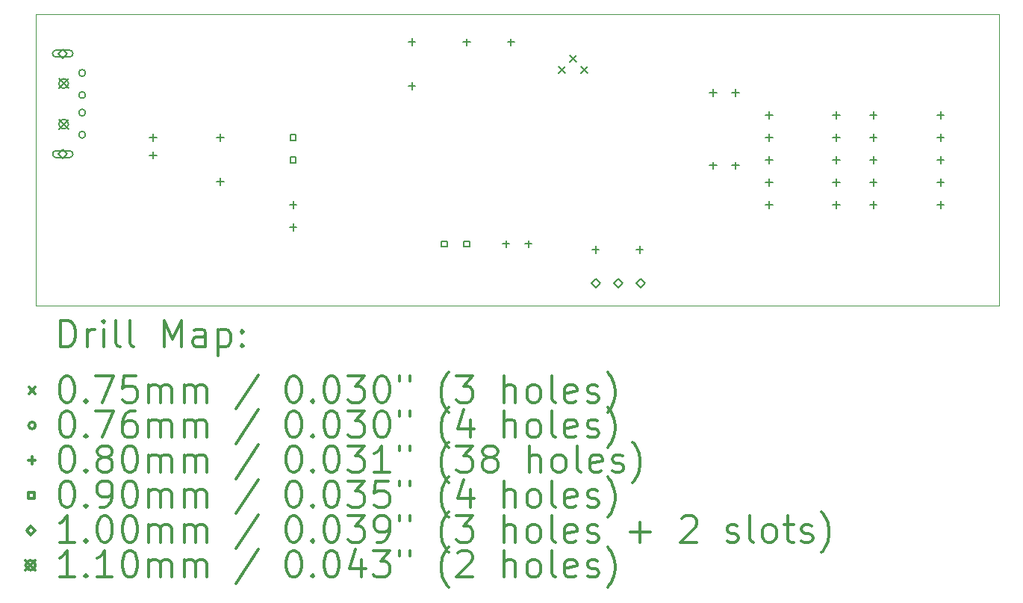
<source format=gbr>
%FSLAX45Y45*%
G04 Gerber Fmt 4.5, Leading zero omitted, Abs format (unit mm)*
G04 Created by KiCad (PCBNEW 5.1.5) date 2020-05-24 22:33:19*
%MOMM*%
%LPD*%
G04 APERTURE LIST*
%TA.AperFunction,Profile*%
%ADD10C,0.050000*%
%TD*%
%ADD11C,0.200000*%
%ADD12C,0.300000*%
G04 APERTURE END LIST*
D10*
X3810000Y-5334000D02*
X3810000Y-2286000D01*
X14732000Y-5334000D02*
X3810000Y-5334000D01*
X14732000Y-2032000D02*
X14732000Y-5334000D01*
X3810000Y-2032000D02*
X14732000Y-2032000D01*
X3810000Y-2286000D02*
X3810000Y-2032000D01*
D11*
X9741500Y-2629500D02*
X9816500Y-2704500D01*
X9816500Y-2629500D02*
X9741500Y-2704500D01*
X9868500Y-2502500D02*
X9943500Y-2577500D01*
X9943500Y-2502500D02*
X9868500Y-2577500D01*
X9995500Y-2629500D02*
X10070500Y-2704500D01*
X10070500Y-2629500D02*
X9995500Y-2704500D01*
X4375600Y-2698000D02*
G75*
G03X4375600Y-2698000I-38100J0D01*
G01*
X4375600Y-2948000D02*
G75*
G03X4375600Y-2948000I-38100J0D01*
G01*
X4375600Y-3148000D02*
G75*
G03X4375600Y-3148000I-38100J0D01*
G01*
X4375600Y-3398000D02*
G75*
G03X4375600Y-3398000I-38100J0D01*
G01*
X5905500Y-3389000D02*
X5905500Y-3469000D01*
X5865500Y-3429000D02*
X5945500Y-3429000D01*
X5905500Y-3889000D02*
X5905500Y-3969000D01*
X5865500Y-3929000D02*
X5945500Y-3929000D01*
X10160000Y-4659000D02*
X10160000Y-4739000D01*
X10120000Y-4699000D02*
X10200000Y-4699000D01*
X10660000Y-4659000D02*
X10660000Y-4739000D01*
X10620000Y-4699000D02*
X10700000Y-4699000D01*
X12128500Y-3135000D02*
X12128500Y-3215000D01*
X12088500Y-3175000D02*
X12168500Y-3175000D01*
X12128500Y-3389000D02*
X12128500Y-3469000D01*
X12088500Y-3429000D02*
X12168500Y-3429000D01*
X12128500Y-3643000D02*
X12128500Y-3723000D01*
X12088500Y-3683000D02*
X12168500Y-3683000D01*
X12128500Y-3897000D02*
X12128500Y-3977000D01*
X12088500Y-3937000D02*
X12168500Y-3937000D01*
X12128500Y-4151000D02*
X12128500Y-4231000D01*
X12088500Y-4191000D02*
X12168500Y-4191000D01*
X12890500Y-3135000D02*
X12890500Y-3215000D01*
X12850500Y-3175000D02*
X12930500Y-3175000D01*
X12890500Y-3389000D02*
X12890500Y-3469000D01*
X12850500Y-3429000D02*
X12930500Y-3429000D01*
X12890500Y-3643000D02*
X12890500Y-3723000D01*
X12850500Y-3683000D02*
X12930500Y-3683000D01*
X12890500Y-3897000D02*
X12890500Y-3977000D01*
X12850500Y-3937000D02*
X12930500Y-3937000D01*
X12890500Y-4151000D02*
X12890500Y-4231000D01*
X12850500Y-4191000D02*
X12930500Y-4191000D01*
X13308500Y-3135000D02*
X13308500Y-3215000D01*
X13268500Y-3175000D02*
X13348500Y-3175000D01*
X13308500Y-3389000D02*
X13308500Y-3469000D01*
X13268500Y-3429000D02*
X13348500Y-3429000D01*
X13308500Y-3643000D02*
X13308500Y-3723000D01*
X13268500Y-3683000D02*
X13348500Y-3683000D01*
X13308500Y-3897000D02*
X13308500Y-3977000D01*
X13268500Y-3937000D02*
X13348500Y-3937000D01*
X13308500Y-4151000D02*
X13308500Y-4231000D01*
X13268500Y-4191000D02*
X13348500Y-4191000D01*
X14070500Y-3135000D02*
X14070500Y-3215000D01*
X14030500Y-3175000D02*
X14110500Y-3175000D01*
X14070500Y-3389000D02*
X14070500Y-3469000D01*
X14030500Y-3429000D02*
X14110500Y-3429000D01*
X14070500Y-3643000D02*
X14070500Y-3723000D01*
X14030500Y-3683000D02*
X14110500Y-3683000D01*
X14070500Y-3897000D02*
X14070500Y-3977000D01*
X14030500Y-3937000D02*
X14110500Y-3937000D01*
X14070500Y-4151000D02*
X14070500Y-4231000D01*
X14030500Y-4191000D02*
X14110500Y-4191000D01*
X6731000Y-4151000D02*
X6731000Y-4231000D01*
X6691000Y-4191000D02*
X6771000Y-4191000D01*
X6731000Y-4405000D02*
X6731000Y-4485000D01*
X6691000Y-4445000D02*
X6771000Y-4445000D01*
X8699500Y-2309500D02*
X8699500Y-2389500D01*
X8659500Y-2349500D02*
X8739500Y-2349500D01*
X9199500Y-2309500D02*
X9199500Y-2389500D01*
X9159500Y-2349500D02*
X9239500Y-2349500D01*
X9144000Y-4595500D02*
X9144000Y-4675500D01*
X9104000Y-4635500D02*
X9184000Y-4635500D01*
X9398000Y-4595500D02*
X9398000Y-4675500D01*
X9358000Y-4635500D02*
X9438000Y-4635500D01*
X11493500Y-3706500D02*
X11493500Y-3786500D01*
X11453500Y-3746500D02*
X11533500Y-3746500D01*
X11747500Y-3706500D02*
X11747500Y-3786500D01*
X11707500Y-3746500D02*
X11787500Y-3746500D01*
X11493500Y-2881000D02*
X11493500Y-2961000D01*
X11453500Y-2921000D02*
X11533500Y-2921000D01*
X11747500Y-2881000D02*
X11747500Y-2961000D01*
X11707500Y-2921000D02*
X11787500Y-2921000D01*
X8077200Y-2304800D02*
X8077200Y-2384800D01*
X8037200Y-2344800D02*
X8117200Y-2344800D01*
X8077200Y-2804800D02*
X8077200Y-2884800D01*
X8037200Y-2844800D02*
X8117200Y-2844800D01*
X5143500Y-3389000D02*
X5143500Y-3469000D01*
X5103500Y-3429000D02*
X5183500Y-3429000D01*
X5143500Y-3589000D02*
X5143500Y-3669000D01*
X5103500Y-3629000D02*
X5183500Y-3629000D01*
X6762820Y-3460820D02*
X6762820Y-3397180D01*
X6699180Y-3397180D01*
X6699180Y-3460820D01*
X6762820Y-3460820D01*
X6762820Y-3714820D02*
X6762820Y-3651180D01*
X6699180Y-3651180D01*
X6699180Y-3714820D01*
X6762820Y-3714820D01*
X8477320Y-4667320D02*
X8477320Y-4603680D01*
X8413680Y-4603680D01*
X8413680Y-4667320D01*
X8477320Y-4667320D01*
X8731320Y-4667320D02*
X8731320Y-4603680D01*
X8667680Y-4603680D01*
X8667680Y-4667320D01*
X8731320Y-4667320D01*
X4117500Y-2528000D02*
X4167500Y-2478000D01*
X4117500Y-2428000D01*
X4067500Y-2478000D01*
X4117500Y-2528000D01*
X4192500Y-2438000D02*
X4042500Y-2438000D01*
X4192500Y-2518000D02*
X4042500Y-2518000D01*
X4042500Y-2438000D02*
G75*
G03X4042500Y-2518000I0J-40000D01*
G01*
X4192500Y-2518000D02*
G75*
G03X4192500Y-2438000I0J40000D01*
G01*
X4117500Y-3668000D02*
X4167500Y-3618000D01*
X4117500Y-3568000D01*
X4067500Y-3618000D01*
X4117500Y-3668000D01*
X4192500Y-3578000D02*
X4042500Y-3578000D01*
X4192500Y-3658000D02*
X4042500Y-3658000D01*
X4042500Y-3578000D02*
G75*
G03X4042500Y-3658000I0J-40000D01*
G01*
X4192500Y-3658000D02*
G75*
G03X4192500Y-3578000I0J40000D01*
G01*
X10160000Y-5130000D02*
X10210000Y-5080000D01*
X10160000Y-5030000D01*
X10110000Y-5080000D01*
X10160000Y-5130000D01*
X10414000Y-5130000D02*
X10464000Y-5080000D01*
X10414000Y-5030000D01*
X10364000Y-5080000D01*
X10414000Y-5130000D01*
X10668000Y-5130000D02*
X10718000Y-5080000D01*
X10668000Y-5030000D01*
X10618000Y-5080000D01*
X10668000Y-5130000D01*
X4072500Y-2763000D02*
X4182500Y-2873000D01*
X4182500Y-2763000D02*
X4072500Y-2873000D01*
X4182500Y-2818000D02*
G75*
G03X4182500Y-2818000I-55000J0D01*
G01*
X4072500Y-3223000D02*
X4182500Y-3333000D01*
X4182500Y-3223000D02*
X4072500Y-3333000D01*
X4182500Y-3278000D02*
G75*
G03X4182500Y-3278000I-55000J0D01*
G01*
D12*
X4093928Y-5802214D02*
X4093928Y-5502214D01*
X4165357Y-5502214D01*
X4208214Y-5516500D01*
X4236786Y-5545072D01*
X4251071Y-5573643D01*
X4265357Y-5630786D01*
X4265357Y-5673643D01*
X4251071Y-5730786D01*
X4236786Y-5759357D01*
X4208214Y-5787929D01*
X4165357Y-5802214D01*
X4093928Y-5802214D01*
X4393928Y-5802214D02*
X4393928Y-5602214D01*
X4393928Y-5659357D02*
X4408214Y-5630786D01*
X4422500Y-5616500D01*
X4451071Y-5602214D01*
X4479643Y-5602214D01*
X4579643Y-5802214D02*
X4579643Y-5602214D01*
X4579643Y-5502214D02*
X4565357Y-5516500D01*
X4579643Y-5530786D01*
X4593928Y-5516500D01*
X4579643Y-5502214D01*
X4579643Y-5530786D01*
X4765357Y-5802214D02*
X4736786Y-5787929D01*
X4722500Y-5759357D01*
X4722500Y-5502214D01*
X4922500Y-5802214D02*
X4893928Y-5787929D01*
X4879643Y-5759357D01*
X4879643Y-5502214D01*
X5265357Y-5802214D02*
X5265357Y-5502214D01*
X5365357Y-5716500D01*
X5465357Y-5502214D01*
X5465357Y-5802214D01*
X5736786Y-5802214D02*
X5736786Y-5645071D01*
X5722500Y-5616500D01*
X5693928Y-5602214D01*
X5636786Y-5602214D01*
X5608214Y-5616500D01*
X5736786Y-5787929D02*
X5708214Y-5802214D01*
X5636786Y-5802214D01*
X5608214Y-5787929D01*
X5593928Y-5759357D01*
X5593928Y-5730786D01*
X5608214Y-5702214D01*
X5636786Y-5687929D01*
X5708214Y-5687929D01*
X5736786Y-5673643D01*
X5879643Y-5602214D02*
X5879643Y-5902214D01*
X5879643Y-5616500D02*
X5908214Y-5602214D01*
X5965357Y-5602214D01*
X5993928Y-5616500D01*
X6008214Y-5630786D01*
X6022500Y-5659357D01*
X6022500Y-5745071D01*
X6008214Y-5773643D01*
X5993928Y-5787929D01*
X5965357Y-5802214D01*
X5908214Y-5802214D01*
X5879643Y-5787929D01*
X6151071Y-5773643D02*
X6165357Y-5787929D01*
X6151071Y-5802214D01*
X6136786Y-5787929D01*
X6151071Y-5773643D01*
X6151071Y-5802214D01*
X6151071Y-5616500D02*
X6165357Y-5630786D01*
X6151071Y-5645071D01*
X6136786Y-5630786D01*
X6151071Y-5616500D01*
X6151071Y-5645071D01*
X3732500Y-6259000D02*
X3807500Y-6334000D01*
X3807500Y-6259000D02*
X3732500Y-6334000D01*
X4151071Y-6132214D02*
X4179643Y-6132214D01*
X4208214Y-6146500D01*
X4222500Y-6160786D01*
X4236786Y-6189357D01*
X4251071Y-6246500D01*
X4251071Y-6317929D01*
X4236786Y-6375071D01*
X4222500Y-6403643D01*
X4208214Y-6417929D01*
X4179643Y-6432214D01*
X4151071Y-6432214D01*
X4122500Y-6417929D01*
X4108214Y-6403643D01*
X4093928Y-6375071D01*
X4079643Y-6317929D01*
X4079643Y-6246500D01*
X4093928Y-6189357D01*
X4108214Y-6160786D01*
X4122500Y-6146500D01*
X4151071Y-6132214D01*
X4379643Y-6403643D02*
X4393928Y-6417929D01*
X4379643Y-6432214D01*
X4365357Y-6417929D01*
X4379643Y-6403643D01*
X4379643Y-6432214D01*
X4493928Y-6132214D02*
X4693928Y-6132214D01*
X4565357Y-6432214D01*
X4951071Y-6132214D02*
X4808214Y-6132214D01*
X4793928Y-6275071D01*
X4808214Y-6260786D01*
X4836786Y-6246500D01*
X4908214Y-6246500D01*
X4936786Y-6260786D01*
X4951071Y-6275071D01*
X4965357Y-6303643D01*
X4965357Y-6375071D01*
X4951071Y-6403643D01*
X4936786Y-6417929D01*
X4908214Y-6432214D01*
X4836786Y-6432214D01*
X4808214Y-6417929D01*
X4793928Y-6403643D01*
X5093928Y-6432214D02*
X5093928Y-6232214D01*
X5093928Y-6260786D02*
X5108214Y-6246500D01*
X5136786Y-6232214D01*
X5179643Y-6232214D01*
X5208214Y-6246500D01*
X5222500Y-6275071D01*
X5222500Y-6432214D01*
X5222500Y-6275071D02*
X5236786Y-6246500D01*
X5265357Y-6232214D01*
X5308214Y-6232214D01*
X5336786Y-6246500D01*
X5351071Y-6275071D01*
X5351071Y-6432214D01*
X5493928Y-6432214D02*
X5493928Y-6232214D01*
X5493928Y-6260786D02*
X5508214Y-6246500D01*
X5536786Y-6232214D01*
X5579643Y-6232214D01*
X5608214Y-6246500D01*
X5622500Y-6275071D01*
X5622500Y-6432214D01*
X5622500Y-6275071D02*
X5636786Y-6246500D01*
X5665357Y-6232214D01*
X5708214Y-6232214D01*
X5736786Y-6246500D01*
X5751071Y-6275071D01*
X5751071Y-6432214D01*
X6336786Y-6117929D02*
X6079643Y-6503643D01*
X6722500Y-6132214D02*
X6751071Y-6132214D01*
X6779643Y-6146500D01*
X6793928Y-6160786D01*
X6808214Y-6189357D01*
X6822500Y-6246500D01*
X6822500Y-6317929D01*
X6808214Y-6375071D01*
X6793928Y-6403643D01*
X6779643Y-6417929D01*
X6751071Y-6432214D01*
X6722500Y-6432214D01*
X6693928Y-6417929D01*
X6679643Y-6403643D01*
X6665357Y-6375071D01*
X6651071Y-6317929D01*
X6651071Y-6246500D01*
X6665357Y-6189357D01*
X6679643Y-6160786D01*
X6693928Y-6146500D01*
X6722500Y-6132214D01*
X6951071Y-6403643D02*
X6965357Y-6417929D01*
X6951071Y-6432214D01*
X6936786Y-6417929D01*
X6951071Y-6403643D01*
X6951071Y-6432214D01*
X7151071Y-6132214D02*
X7179643Y-6132214D01*
X7208214Y-6146500D01*
X7222500Y-6160786D01*
X7236786Y-6189357D01*
X7251071Y-6246500D01*
X7251071Y-6317929D01*
X7236786Y-6375071D01*
X7222500Y-6403643D01*
X7208214Y-6417929D01*
X7179643Y-6432214D01*
X7151071Y-6432214D01*
X7122500Y-6417929D01*
X7108214Y-6403643D01*
X7093928Y-6375071D01*
X7079643Y-6317929D01*
X7079643Y-6246500D01*
X7093928Y-6189357D01*
X7108214Y-6160786D01*
X7122500Y-6146500D01*
X7151071Y-6132214D01*
X7351071Y-6132214D02*
X7536786Y-6132214D01*
X7436786Y-6246500D01*
X7479643Y-6246500D01*
X7508214Y-6260786D01*
X7522500Y-6275071D01*
X7536786Y-6303643D01*
X7536786Y-6375071D01*
X7522500Y-6403643D01*
X7508214Y-6417929D01*
X7479643Y-6432214D01*
X7393928Y-6432214D01*
X7365357Y-6417929D01*
X7351071Y-6403643D01*
X7722500Y-6132214D02*
X7751071Y-6132214D01*
X7779643Y-6146500D01*
X7793928Y-6160786D01*
X7808214Y-6189357D01*
X7822500Y-6246500D01*
X7822500Y-6317929D01*
X7808214Y-6375071D01*
X7793928Y-6403643D01*
X7779643Y-6417929D01*
X7751071Y-6432214D01*
X7722500Y-6432214D01*
X7693928Y-6417929D01*
X7679643Y-6403643D01*
X7665357Y-6375071D01*
X7651071Y-6317929D01*
X7651071Y-6246500D01*
X7665357Y-6189357D01*
X7679643Y-6160786D01*
X7693928Y-6146500D01*
X7722500Y-6132214D01*
X7936786Y-6132214D02*
X7936786Y-6189357D01*
X8051071Y-6132214D02*
X8051071Y-6189357D01*
X8493928Y-6546500D02*
X8479643Y-6532214D01*
X8451071Y-6489357D01*
X8436786Y-6460786D01*
X8422500Y-6417929D01*
X8408214Y-6346500D01*
X8408214Y-6289357D01*
X8422500Y-6217929D01*
X8436786Y-6175071D01*
X8451071Y-6146500D01*
X8479643Y-6103643D01*
X8493928Y-6089357D01*
X8579643Y-6132214D02*
X8765357Y-6132214D01*
X8665357Y-6246500D01*
X8708214Y-6246500D01*
X8736786Y-6260786D01*
X8751071Y-6275071D01*
X8765357Y-6303643D01*
X8765357Y-6375071D01*
X8751071Y-6403643D01*
X8736786Y-6417929D01*
X8708214Y-6432214D01*
X8622500Y-6432214D01*
X8593928Y-6417929D01*
X8579643Y-6403643D01*
X9122500Y-6432214D02*
X9122500Y-6132214D01*
X9251071Y-6432214D02*
X9251071Y-6275071D01*
X9236786Y-6246500D01*
X9208214Y-6232214D01*
X9165357Y-6232214D01*
X9136786Y-6246500D01*
X9122500Y-6260786D01*
X9436786Y-6432214D02*
X9408214Y-6417929D01*
X9393928Y-6403643D01*
X9379643Y-6375071D01*
X9379643Y-6289357D01*
X9393928Y-6260786D01*
X9408214Y-6246500D01*
X9436786Y-6232214D01*
X9479643Y-6232214D01*
X9508214Y-6246500D01*
X9522500Y-6260786D01*
X9536786Y-6289357D01*
X9536786Y-6375071D01*
X9522500Y-6403643D01*
X9508214Y-6417929D01*
X9479643Y-6432214D01*
X9436786Y-6432214D01*
X9708214Y-6432214D02*
X9679643Y-6417929D01*
X9665357Y-6389357D01*
X9665357Y-6132214D01*
X9936786Y-6417929D02*
X9908214Y-6432214D01*
X9851071Y-6432214D01*
X9822500Y-6417929D01*
X9808214Y-6389357D01*
X9808214Y-6275071D01*
X9822500Y-6246500D01*
X9851071Y-6232214D01*
X9908214Y-6232214D01*
X9936786Y-6246500D01*
X9951071Y-6275071D01*
X9951071Y-6303643D01*
X9808214Y-6332214D01*
X10065357Y-6417929D02*
X10093928Y-6432214D01*
X10151071Y-6432214D01*
X10179643Y-6417929D01*
X10193928Y-6389357D01*
X10193928Y-6375071D01*
X10179643Y-6346500D01*
X10151071Y-6332214D01*
X10108214Y-6332214D01*
X10079643Y-6317929D01*
X10065357Y-6289357D01*
X10065357Y-6275071D01*
X10079643Y-6246500D01*
X10108214Y-6232214D01*
X10151071Y-6232214D01*
X10179643Y-6246500D01*
X10293928Y-6546500D02*
X10308214Y-6532214D01*
X10336786Y-6489357D01*
X10351071Y-6460786D01*
X10365357Y-6417929D01*
X10379643Y-6346500D01*
X10379643Y-6289357D01*
X10365357Y-6217929D01*
X10351071Y-6175071D01*
X10336786Y-6146500D01*
X10308214Y-6103643D01*
X10293928Y-6089357D01*
X3807500Y-6692500D02*
G75*
G03X3807500Y-6692500I-38100J0D01*
G01*
X4151071Y-6528214D02*
X4179643Y-6528214D01*
X4208214Y-6542500D01*
X4222500Y-6556786D01*
X4236786Y-6585357D01*
X4251071Y-6642500D01*
X4251071Y-6713929D01*
X4236786Y-6771071D01*
X4222500Y-6799643D01*
X4208214Y-6813929D01*
X4179643Y-6828214D01*
X4151071Y-6828214D01*
X4122500Y-6813929D01*
X4108214Y-6799643D01*
X4093928Y-6771071D01*
X4079643Y-6713929D01*
X4079643Y-6642500D01*
X4093928Y-6585357D01*
X4108214Y-6556786D01*
X4122500Y-6542500D01*
X4151071Y-6528214D01*
X4379643Y-6799643D02*
X4393928Y-6813929D01*
X4379643Y-6828214D01*
X4365357Y-6813929D01*
X4379643Y-6799643D01*
X4379643Y-6828214D01*
X4493928Y-6528214D02*
X4693928Y-6528214D01*
X4565357Y-6828214D01*
X4936786Y-6528214D02*
X4879643Y-6528214D01*
X4851071Y-6542500D01*
X4836786Y-6556786D01*
X4808214Y-6599643D01*
X4793928Y-6656786D01*
X4793928Y-6771071D01*
X4808214Y-6799643D01*
X4822500Y-6813929D01*
X4851071Y-6828214D01*
X4908214Y-6828214D01*
X4936786Y-6813929D01*
X4951071Y-6799643D01*
X4965357Y-6771071D01*
X4965357Y-6699643D01*
X4951071Y-6671071D01*
X4936786Y-6656786D01*
X4908214Y-6642500D01*
X4851071Y-6642500D01*
X4822500Y-6656786D01*
X4808214Y-6671071D01*
X4793928Y-6699643D01*
X5093928Y-6828214D02*
X5093928Y-6628214D01*
X5093928Y-6656786D02*
X5108214Y-6642500D01*
X5136786Y-6628214D01*
X5179643Y-6628214D01*
X5208214Y-6642500D01*
X5222500Y-6671071D01*
X5222500Y-6828214D01*
X5222500Y-6671071D02*
X5236786Y-6642500D01*
X5265357Y-6628214D01*
X5308214Y-6628214D01*
X5336786Y-6642500D01*
X5351071Y-6671071D01*
X5351071Y-6828214D01*
X5493928Y-6828214D02*
X5493928Y-6628214D01*
X5493928Y-6656786D02*
X5508214Y-6642500D01*
X5536786Y-6628214D01*
X5579643Y-6628214D01*
X5608214Y-6642500D01*
X5622500Y-6671071D01*
X5622500Y-6828214D01*
X5622500Y-6671071D02*
X5636786Y-6642500D01*
X5665357Y-6628214D01*
X5708214Y-6628214D01*
X5736786Y-6642500D01*
X5751071Y-6671071D01*
X5751071Y-6828214D01*
X6336786Y-6513929D02*
X6079643Y-6899643D01*
X6722500Y-6528214D02*
X6751071Y-6528214D01*
X6779643Y-6542500D01*
X6793928Y-6556786D01*
X6808214Y-6585357D01*
X6822500Y-6642500D01*
X6822500Y-6713929D01*
X6808214Y-6771071D01*
X6793928Y-6799643D01*
X6779643Y-6813929D01*
X6751071Y-6828214D01*
X6722500Y-6828214D01*
X6693928Y-6813929D01*
X6679643Y-6799643D01*
X6665357Y-6771071D01*
X6651071Y-6713929D01*
X6651071Y-6642500D01*
X6665357Y-6585357D01*
X6679643Y-6556786D01*
X6693928Y-6542500D01*
X6722500Y-6528214D01*
X6951071Y-6799643D02*
X6965357Y-6813929D01*
X6951071Y-6828214D01*
X6936786Y-6813929D01*
X6951071Y-6799643D01*
X6951071Y-6828214D01*
X7151071Y-6528214D02*
X7179643Y-6528214D01*
X7208214Y-6542500D01*
X7222500Y-6556786D01*
X7236786Y-6585357D01*
X7251071Y-6642500D01*
X7251071Y-6713929D01*
X7236786Y-6771071D01*
X7222500Y-6799643D01*
X7208214Y-6813929D01*
X7179643Y-6828214D01*
X7151071Y-6828214D01*
X7122500Y-6813929D01*
X7108214Y-6799643D01*
X7093928Y-6771071D01*
X7079643Y-6713929D01*
X7079643Y-6642500D01*
X7093928Y-6585357D01*
X7108214Y-6556786D01*
X7122500Y-6542500D01*
X7151071Y-6528214D01*
X7351071Y-6528214D02*
X7536786Y-6528214D01*
X7436786Y-6642500D01*
X7479643Y-6642500D01*
X7508214Y-6656786D01*
X7522500Y-6671071D01*
X7536786Y-6699643D01*
X7536786Y-6771071D01*
X7522500Y-6799643D01*
X7508214Y-6813929D01*
X7479643Y-6828214D01*
X7393928Y-6828214D01*
X7365357Y-6813929D01*
X7351071Y-6799643D01*
X7722500Y-6528214D02*
X7751071Y-6528214D01*
X7779643Y-6542500D01*
X7793928Y-6556786D01*
X7808214Y-6585357D01*
X7822500Y-6642500D01*
X7822500Y-6713929D01*
X7808214Y-6771071D01*
X7793928Y-6799643D01*
X7779643Y-6813929D01*
X7751071Y-6828214D01*
X7722500Y-6828214D01*
X7693928Y-6813929D01*
X7679643Y-6799643D01*
X7665357Y-6771071D01*
X7651071Y-6713929D01*
X7651071Y-6642500D01*
X7665357Y-6585357D01*
X7679643Y-6556786D01*
X7693928Y-6542500D01*
X7722500Y-6528214D01*
X7936786Y-6528214D02*
X7936786Y-6585357D01*
X8051071Y-6528214D02*
X8051071Y-6585357D01*
X8493928Y-6942500D02*
X8479643Y-6928214D01*
X8451071Y-6885357D01*
X8436786Y-6856786D01*
X8422500Y-6813929D01*
X8408214Y-6742500D01*
X8408214Y-6685357D01*
X8422500Y-6613929D01*
X8436786Y-6571071D01*
X8451071Y-6542500D01*
X8479643Y-6499643D01*
X8493928Y-6485357D01*
X8736786Y-6628214D02*
X8736786Y-6828214D01*
X8665357Y-6513929D02*
X8593928Y-6728214D01*
X8779643Y-6728214D01*
X9122500Y-6828214D02*
X9122500Y-6528214D01*
X9251071Y-6828214D02*
X9251071Y-6671071D01*
X9236786Y-6642500D01*
X9208214Y-6628214D01*
X9165357Y-6628214D01*
X9136786Y-6642500D01*
X9122500Y-6656786D01*
X9436786Y-6828214D02*
X9408214Y-6813929D01*
X9393928Y-6799643D01*
X9379643Y-6771071D01*
X9379643Y-6685357D01*
X9393928Y-6656786D01*
X9408214Y-6642500D01*
X9436786Y-6628214D01*
X9479643Y-6628214D01*
X9508214Y-6642500D01*
X9522500Y-6656786D01*
X9536786Y-6685357D01*
X9536786Y-6771071D01*
X9522500Y-6799643D01*
X9508214Y-6813929D01*
X9479643Y-6828214D01*
X9436786Y-6828214D01*
X9708214Y-6828214D02*
X9679643Y-6813929D01*
X9665357Y-6785357D01*
X9665357Y-6528214D01*
X9936786Y-6813929D02*
X9908214Y-6828214D01*
X9851071Y-6828214D01*
X9822500Y-6813929D01*
X9808214Y-6785357D01*
X9808214Y-6671071D01*
X9822500Y-6642500D01*
X9851071Y-6628214D01*
X9908214Y-6628214D01*
X9936786Y-6642500D01*
X9951071Y-6671071D01*
X9951071Y-6699643D01*
X9808214Y-6728214D01*
X10065357Y-6813929D02*
X10093928Y-6828214D01*
X10151071Y-6828214D01*
X10179643Y-6813929D01*
X10193928Y-6785357D01*
X10193928Y-6771071D01*
X10179643Y-6742500D01*
X10151071Y-6728214D01*
X10108214Y-6728214D01*
X10079643Y-6713929D01*
X10065357Y-6685357D01*
X10065357Y-6671071D01*
X10079643Y-6642500D01*
X10108214Y-6628214D01*
X10151071Y-6628214D01*
X10179643Y-6642500D01*
X10293928Y-6942500D02*
X10308214Y-6928214D01*
X10336786Y-6885357D01*
X10351071Y-6856786D01*
X10365357Y-6813929D01*
X10379643Y-6742500D01*
X10379643Y-6685357D01*
X10365357Y-6613929D01*
X10351071Y-6571071D01*
X10336786Y-6542500D01*
X10308214Y-6499643D01*
X10293928Y-6485357D01*
X3767500Y-7048500D02*
X3767500Y-7128500D01*
X3727500Y-7088500D02*
X3807500Y-7088500D01*
X4151071Y-6924214D02*
X4179643Y-6924214D01*
X4208214Y-6938500D01*
X4222500Y-6952786D01*
X4236786Y-6981357D01*
X4251071Y-7038500D01*
X4251071Y-7109929D01*
X4236786Y-7167071D01*
X4222500Y-7195643D01*
X4208214Y-7209929D01*
X4179643Y-7224214D01*
X4151071Y-7224214D01*
X4122500Y-7209929D01*
X4108214Y-7195643D01*
X4093928Y-7167071D01*
X4079643Y-7109929D01*
X4079643Y-7038500D01*
X4093928Y-6981357D01*
X4108214Y-6952786D01*
X4122500Y-6938500D01*
X4151071Y-6924214D01*
X4379643Y-7195643D02*
X4393928Y-7209929D01*
X4379643Y-7224214D01*
X4365357Y-7209929D01*
X4379643Y-7195643D01*
X4379643Y-7224214D01*
X4565357Y-7052786D02*
X4536786Y-7038500D01*
X4522500Y-7024214D01*
X4508214Y-6995643D01*
X4508214Y-6981357D01*
X4522500Y-6952786D01*
X4536786Y-6938500D01*
X4565357Y-6924214D01*
X4622500Y-6924214D01*
X4651071Y-6938500D01*
X4665357Y-6952786D01*
X4679643Y-6981357D01*
X4679643Y-6995643D01*
X4665357Y-7024214D01*
X4651071Y-7038500D01*
X4622500Y-7052786D01*
X4565357Y-7052786D01*
X4536786Y-7067071D01*
X4522500Y-7081357D01*
X4508214Y-7109929D01*
X4508214Y-7167071D01*
X4522500Y-7195643D01*
X4536786Y-7209929D01*
X4565357Y-7224214D01*
X4622500Y-7224214D01*
X4651071Y-7209929D01*
X4665357Y-7195643D01*
X4679643Y-7167071D01*
X4679643Y-7109929D01*
X4665357Y-7081357D01*
X4651071Y-7067071D01*
X4622500Y-7052786D01*
X4865357Y-6924214D02*
X4893928Y-6924214D01*
X4922500Y-6938500D01*
X4936786Y-6952786D01*
X4951071Y-6981357D01*
X4965357Y-7038500D01*
X4965357Y-7109929D01*
X4951071Y-7167071D01*
X4936786Y-7195643D01*
X4922500Y-7209929D01*
X4893928Y-7224214D01*
X4865357Y-7224214D01*
X4836786Y-7209929D01*
X4822500Y-7195643D01*
X4808214Y-7167071D01*
X4793928Y-7109929D01*
X4793928Y-7038500D01*
X4808214Y-6981357D01*
X4822500Y-6952786D01*
X4836786Y-6938500D01*
X4865357Y-6924214D01*
X5093928Y-7224214D02*
X5093928Y-7024214D01*
X5093928Y-7052786D02*
X5108214Y-7038500D01*
X5136786Y-7024214D01*
X5179643Y-7024214D01*
X5208214Y-7038500D01*
X5222500Y-7067071D01*
X5222500Y-7224214D01*
X5222500Y-7067071D02*
X5236786Y-7038500D01*
X5265357Y-7024214D01*
X5308214Y-7024214D01*
X5336786Y-7038500D01*
X5351071Y-7067071D01*
X5351071Y-7224214D01*
X5493928Y-7224214D02*
X5493928Y-7024214D01*
X5493928Y-7052786D02*
X5508214Y-7038500D01*
X5536786Y-7024214D01*
X5579643Y-7024214D01*
X5608214Y-7038500D01*
X5622500Y-7067071D01*
X5622500Y-7224214D01*
X5622500Y-7067071D02*
X5636786Y-7038500D01*
X5665357Y-7024214D01*
X5708214Y-7024214D01*
X5736786Y-7038500D01*
X5751071Y-7067071D01*
X5751071Y-7224214D01*
X6336786Y-6909929D02*
X6079643Y-7295643D01*
X6722500Y-6924214D02*
X6751071Y-6924214D01*
X6779643Y-6938500D01*
X6793928Y-6952786D01*
X6808214Y-6981357D01*
X6822500Y-7038500D01*
X6822500Y-7109929D01*
X6808214Y-7167071D01*
X6793928Y-7195643D01*
X6779643Y-7209929D01*
X6751071Y-7224214D01*
X6722500Y-7224214D01*
X6693928Y-7209929D01*
X6679643Y-7195643D01*
X6665357Y-7167071D01*
X6651071Y-7109929D01*
X6651071Y-7038500D01*
X6665357Y-6981357D01*
X6679643Y-6952786D01*
X6693928Y-6938500D01*
X6722500Y-6924214D01*
X6951071Y-7195643D02*
X6965357Y-7209929D01*
X6951071Y-7224214D01*
X6936786Y-7209929D01*
X6951071Y-7195643D01*
X6951071Y-7224214D01*
X7151071Y-6924214D02*
X7179643Y-6924214D01*
X7208214Y-6938500D01*
X7222500Y-6952786D01*
X7236786Y-6981357D01*
X7251071Y-7038500D01*
X7251071Y-7109929D01*
X7236786Y-7167071D01*
X7222500Y-7195643D01*
X7208214Y-7209929D01*
X7179643Y-7224214D01*
X7151071Y-7224214D01*
X7122500Y-7209929D01*
X7108214Y-7195643D01*
X7093928Y-7167071D01*
X7079643Y-7109929D01*
X7079643Y-7038500D01*
X7093928Y-6981357D01*
X7108214Y-6952786D01*
X7122500Y-6938500D01*
X7151071Y-6924214D01*
X7351071Y-6924214D02*
X7536786Y-6924214D01*
X7436786Y-7038500D01*
X7479643Y-7038500D01*
X7508214Y-7052786D01*
X7522500Y-7067071D01*
X7536786Y-7095643D01*
X7536786Y-7167071D01*
X7522500Y-7195643D01*
X7508214Y-7209929D01*
X7479643Y-7224214D01*
X7393928Y-7224214D01*
X7365357Y-7209929D01*
X7351071Y-7195643D01*
X7822500Y-7224214D02*
X7651071Y-7224214D01*
X7736786Y-7224214D02*
X7736786Y-6924214D01*
X7708214Y-6967071D01*
X7679643Y-6995643D01*
X7651071Y-7009929D01*
X7936786Y-6924214D02*
X7936786Y-6981357D01*
X8051071Y-6924214D02*
X8051071Y-6981357D01*
X8493928Y-7338500D02*
X8479643Y-7324214D01*
X8451071Y-7281357D01*
X8436786Y-7252786D01*
X8422500Y-7209929D01*
X8408214Y-7138500D01*
X8408214Y-7081357D01*
X8422500Y-7009929D01*
X8436786Y-6967071D01*
X8451071Y-6938500D01*
X8479643Y-6895643D01*
X8493928Y-6881357D01*
X8579643Y-6924214D02*
X8765357Y-6924214D01*
X8665357Y-7038500D01*
X8708214Y-7038500D01*
X8736786Y-7052786D01*
X8751071Y-7067071D01*
X8765357Y-7095643D01*
X8765357Y-7167071D01*
X8751071Y-7195643D01*
X8736786Y-7209929D01*
X8708214Y-7224214D01*
X8622500Y-7224214D01*
X8593928Y-7209929D01*
X8579643Y-7195643D01*
X8936786Y-7052786D02*
X8908214Y-7038500D01*
X8893928Y-7024214D01*
X8879643Y-6995643D01*
X8879643Y-6981357D01*
X8893928Y-6952786D01*
X8908214Y-6938500D01*
X8936786Y-6924214D01*
X8993928Y-6924214D01*
X9022500Y-6938500D01*
X9036786Y-6952786D01*
X9051071Y-6981357D01*
X9051071Y-6995643D01*
X9036786Y-7024214D01*
X9022500Y-7038500D01*
X8993928Y-7052786D01*
X8936786Y-7052786D01*
X8908214Y-7067071D01*
X8893928Y-7081357D01*
X8879643Y-7109929D01*
X8879643Y-7167071D01*
X8893928Y-7195643D01*
X8908214Y-7209929D01*
X8936786Y-7224214D01*
X8993928Y-7224214D01*
X9022500Y-7209929D01*
X9036786Y-7195643D01*
X9051071Y-7167071D01*
X9051071Y-7109929D01*
X9036786Y-7081357D01*
X9022500Y-7067071D01*
X8993928Y-7052786D01*
X9408214Y-7224214D02*
X9408214Y-6924214D01*
X9536786Y-7224214D02*
X9536786Y-7067071D01*
X9522500Y-7038500D01*
X9493928Y-7024214D01*
X9451071Y-7024214D01*
X9422500Y-7038500D01*
X9408214Y-7052786D01*
X9722500Y-7224214D02*
X9693928Y-7209929D01*
X9679643Y-7195643D01*
X9665357Y-7167071D01*
X9665357Y-7081357D01*
X9679643Y-7052786D01*
X9693928Y-7038500D01*
X9722500Y-7024214D01*
X9765357Y-7024214D01*
X9793928Y-7038500D01*
X9808214Y-7052786D01*
X9822500Y-7081357D01*
X9822500Y-7167071D01*
X9808214Y-7195643D01*
X9793928Y-7209929D01*
X9765357Y-7224214D01*
X9722500Y-7224214D01*
X9993928Y-7224214D02*
X9965357Y-7209929D01*
X9951071Y-7181357D01*
X9951071Y-6924214D01*
X10222500Y-7209929D02*
X10193928Y-7224214D01*
X10136786Y-7224214D01*
X10108214Y-7209929D01*
X10093928Y-7181357D01*
X10093928Y-7067071D01*
X10108214Y-7038500D01*
X10136786Y-7024214D01*
X10193928Y-7024214D01*
X10222500Y-7038500D01*
X10236786Y-7067071D01*
X10236786Y-7095643D01*
X10093928Y-7124214D01*
X10351071Y-7209929D02*
X10379643Y-7224214D01*
X10436786Y-7224214D01*
X10465357Y-7209929D01*
X10479643Y-7181357D01*
X10479643Y-7167071D01*
X10465357Y-7138500D01*
X10436786Y-7124214D01*
X10393928Y-7124214D01*
X10365357Y-7109929D01*
X10351071Y-7081357D01*
X10351071Y-7067071D01*
X10365357Y-7038500D01*
X10393928Y-7024214D01*
X10436786Y-7024214D01*
X10465357Y-7038500D01*
X10579643Y-7338500D02*
X10593928Y-7324214D01*
X10622500Y-7281357D01*
X10636786Y-7252786D01*
X10651071Y-7209929D01*
X10665357Y-7138500D01*
X10665357Y-7081357D01*
X10651071Y-7009929D01*
X10636786Y-6967071D01*
X10622500Y-6938500D01*
X10593928Y-6895643D01*
X10579643Y-6881357D01*
X3794320Y-7516320D02*
X3794320Y-7452680D01*
X3730680Y-7452680D01*
X3730680Y-7516320D01*
X3794320Y-7516320D01*
X4151071Y-7320214D02*
X4179643Y-7320214D01*
X4208214Y-7334500D01*
X4222500Y-7348786D01*
X4236786Y-7377357D01*
X4251071Y-7434500D01*
X4251071Y-7505929D01*
X4236786Y-7563071D01*
X4222500Y-7591643D01*
X4208214Y-7605929D01*
X4179643Y-7620214D01*
X4151071Y-7620214D01*
X4122500Y-7605929D01*
X4108214Y-7591643D01*
X4093928Y-7563071D01*
X4079643Y-7505929D01*
X4079643Y-7434500D01*
X4093928Y-7377357D01*
X4108214Y-7348786D01*
X4122500Y-7334500D01*
X4151071Y-7320214D01*
X4379643Y-7591643D02*
X4393928Y-7605929D01*
X4379643Y-7620214D01*
X4365357Y-7605929D01*
X4379643Y-7591643D01*
X4379643Y-7620214D01*
X4536786Y-7620214D02*
X4593928Y-7620214D01*
X4622500Y-7605929D01*
X4636786Y-7591643D01*
X4665357Y-7548786D01*
X4679643Y-7491643D01*
X4679643Y-7377357D01*
X4665357Y-7348786D01*
X4651071Y-7334500D01*
X4622500Y-7320214D01*
X4565357Y-7320214D01*
X4536786Y-7334500D01*
X4522500Y-7348786D01*
X4508214Y-7377357D01*
X4508214Y-7448786D01*
X4522500Y-7477357D01*
X4536786Y-7491643D01*
X4565357Y-7505929D01*
X4622500Y-7505929D01*
X4651071Y-7491643D01*
X4665357Y-7477357D01*
X4679643Y-7448786D01*
X4865357Y-7320214D02*
X4893928Y-7320214D01*
X4922500Y-7334500D01*
X4936786Y-7348786D01*
X4951071Y-7377357D01*
X4965357Y-7434500D01*
X4965357Y-7505929D01*
X4951071Y-7563071D01*
X4936786Y-7591643D01*
X4922500Y-7605929D01*
X4893928Y-7620214D01*
X4865357Y-7620214D01*
X4836786Y-7605929D01*
X4822500Y-7591643D01*
X4808214Y-7563071D01*
X4793928Y-7505929D01*
X4793928Y-7434500D01*
X4808214Y-7377357D01*
X4822500Y-7348786D01*
X4836786Y-7334500D01*
X4865357Y-7320214D01*
X5093928Y-7620214D02*
X5093928Y-7420214D01*
X5093928Y-7448786D02*
X5108214Y-7434500D01*
X5136786Y-7420214D01*
X5179643Y-7420214D01*
X5208214Y-7434500D01*
X5222500Y-7463071D01*
X5222500Y-7620214D01*
X5222500Y-7463071D02*
X5236786Y-7434500D01*
X5265357Y-7420214D01*
X5308214Y-7420214D01*
X5336786Y-7434500D01*
X5351071Y-7463071D01*
X5351071Y-7620214D01*
X5493928Y-7620214D02*
X5493928Y-7420214D01*
X5493928Y-7448786D02*
X5508214Y-7434500D01*
X5536786Y-7420214D01*
X5579643Y-7420214D01*
X5608214Y-7434500D01*
X5622500Y-7463071D01*
X5622500Y-7620214D01*
X5622500Y-7463071D02*
X5636786Y-7434500D01*
X5665357Y-7420214D01*
X5708214Y-7420214D01*
X5736786Y-7434500D01*
X5751071Y-7463071D01*
X5751071Y-7620214D01*
X6336786Y-7305929D02*
X6079643Y-7691643D01*
X6722500Y-7320214D02*
X6751071Y-7320214D01*
X6779643Y-7334500D01*
X6793928Y-7348786D01*
X6808214Y-7377357D01*
X6822500Y-7434500D01*
X6822500Y-7505929D01*
X6808214Y-7563071D01*
X6793928Y-7591643D01*
X6779643Y-7605929D01*
X6751071Y-7620214D01*
X6722500Y-7620214D01*
X6693928Y-7605929D01*
X6679643Y-7591643D01*
X6665357Y-7563071D01*
X6651071Y-7505929D01*
X6651071Y-7434500D01*
X6665357Y-7377357D01*
X6679643Y-7348786D01*
X6693928Y-7334500D01*
X6722500Y-7320214D01*
X6951071Y-7591643D02*
X6965357Y-7605929D01*
X6951071Y-7620214D01*
X6936786Y-7605929D01*
X6951071Y-7591643D01*
X6951071Y-7620214D01*
X7151071Y-7320214D02*
X7179643Y-7320214D01*
X7208214Y-7334500D01*
X7222500Y-7348786D01*
X7236786Y-7377357D01*
X7251071Y-7434500D01*
X7251071Y-7505929D01*
X7236786Y-7563071D01*
X7222500Y-7591643D01*
X7208214Y-7605929D01*
X7179643Y-7620214D01*
X7151071Y-7620214D01*
X7122500Y-7605929D01*
X7108214Y-7591643D01*
X7093928Y-7563071D01*
X7079643Y-7505929D01*
X7079643Y-7434500D01*
X7093928Y-7377357D01*
X7108214Y-7348786D01*
X7122500Y-7334500D01*
X7151071Y-7320214D01*
X7351071Y-7320214D02*
X7536786Y-7320214D01*
X7436786Y-7434500D01*
X7479643Y-7434500D01*
X7508214Y-7448786D01*
X7522500Y-7463071D01*
X7536786Y-7491643D01*
X7536786Y-7563071D01*
X7522500Y-7591643D01*
X7508214Y-7605929D01*
X7479643Y-7620214D01*
X7393928Y-7620214D01*
X7365357Y-7605929D01*
X7351071Y-7591643D01*
X7808214Y-7320214D02*
X7665357Y-7320214D01*
X7651071Y-7463071D01*
X7665357Y-7448786D01*
X7693928Y-7434500D01*
X7765357Y-7434500D01*
X7793928Y-7448786D01*
X7808214Y-7463071D01*
X7822500Y-7491643D01*
X7822500Y-7563071D01*
X7808214Y-7591643D01*
X7793928Y-7605929D01*
X7765357Y-7620214D01*
X7693928Y-7620214D01*
X7665357Y-7605929D01*
X7651071Y-7591643D01*
X7936786Y-7320214D02*
X7936786Y-7377357D01*
X8051071Y-7320214D02*
X8051071Y-7377357D01*
X8493928Y-7734500D02*
X8479643Y-7720214D01*
X8451071Y-7677357D01*
X8436786Y-7648786D01*
X8422500Y-7605929D01*
X8408214Y-7534500D01*
X8408214Y-7477357D01*
X8422500Y-7405929D01*
X8436786Y-7363071D01*
X8451071Y-7334500D01*
X8479643Y-7291643D01*
X8493928Y-7277357D01*
X8736786Y-7420214D02*
X8736786Y-7620214D01*
X8665357Y-7305929D02*
X8593928Y-7520214D01*
X8779643Y-7520214D01*
X9122500Y-7620214D02*
X9122500Y-7320214D01*
X9251071Y-7620214D02*
X9251071Y-7463071D01*
X9236786Y-7434500D01*
X9208214Y-7420214D01*
X9165357Y-7420214D01*
X9136786Y-7434500D01*
X9122500Y-7448786D01*
X9436786Y-7620214D02*
X9408214Y-7605929D01*
X9393928Y-7591643D01*
X9379643Y-7563071D01*
X9379643Y-7477357D01*
X9393928Y-7448786D01*
X9408214Y-7434500D01*
X9436786Y-7420214D01*
X9479643Y-7420214D01*
X9508214Y-7434500D01*
X9522500Y-7448786D01*
X9536786Y-7477357D01*
X9536786Y-7563071D01*
X9522500Y-7591643D01*
X9508214Y-7605929D01*
X9479643Y-7620214D01*
X9436786Y-7620214D01*
X9708214Y-7620214D02*
X9679643Y-7605929D01*
X9665357Y-7577357D01*
X9665357Y-7320214D01*
X9936786Y-7605929D02*
X9908214Y-7620214D01*
X9851071Y-7620214D01*
X9822500Y-7605929D01*
X9808214Y-7577357D01*
X9808214Y-7463071D01*
X9822500Y-7434500D01*
X9851071Y-7420214D01*
X9908214Y-7420214D01*
X9936786Y-7434500D01*
X9951071Y-7463071D01*
X9951071Y-7491643D01*
X9808214Y-7520214D01*
X10065357Y-7605929D02*
X10093928Y-7620214D01*
X10151071Y-7620214D01*
X10179643Y-7605929D01*
X10193928Y-7577357D01*
X10193928Y-7563071D01*
X10179643Y-7534500D01*
X10151071Y-7520214D01*
X10108214Y-7520214D01*
X10079643Y-7505929D01*
X10065357Y-7477357D01*
X10065357Y-7463071D01*
X10079643Y-7434500D01*
X10108214Y-7420214D01*
X10151071Y-7420214D01*
X10179643Y-7434500D01*
X10293928Y-7734500D02*
X10308214Y-7720214D01*
X10336786Y-7677357D01*
X10351071Y-7648786D01*
X10365357Y-7605929D01*
X10379643Y-7534500D01*
X10379643Y-7477357D01*
X10365357Y-7405929D01*
X10351071Y-7363071D01*
X10336786Y-7334500D01*
X10308214Y-7291643D01*
X10293928Y-7277357D01*
X3757500Y-7930500D02*
X3807500Y-7880500D01*
X3757500Y-7830500D01*
X3707500Y-7880500D01*
X3757500Y-7930500D01*
X4251071Y-8016214D02*
X4079643Y-8016214D01*
X4165357Y-8016214D02*
X4165357Y-7716214D01*
X4136786Y-7759071D01*
X4108214Y-7787643D01*
X4079643Y-7801929D01*
X4379643Y-7987643D02*
X4393928Y-8001929D01*
X4379643Y-8016214D01*
X4365357Y-8001929D01*
X4379643Y-7987643D01*
X4379643Y-8016214D01*
X4579643Y-7716214D02*
X4608214Y-7716214D01*
X4636786Y-7730500D01*
X4651071Y-7744786D01*
X4665357Y-7773357D01*
X4679643Y-7830500D01*
X4679643Y-7901929D01*
X4665357Y-7959071D01*
X4651071Y-7987643D01*
X4636786Y-8001929D01*
X4608214Y-8016214D01*
X4579643Y-8016214D01*
X4551071Y-8001929D01*
X4536786Y-7987643D01*
X4522500Y-7959071D01*
X4508214Y-7901929D01*
X4508214Y-7830500D01*
X4522500Y-7773357D01*
X4536786Y-7744786D01*
X4551071Y-7730500D01*
X4579643Y-7716214D01*
X4865357Y-7716214D02*
X4893928Y-7716214D01*
X4922500Y-7730500D01*
X4936786Y-7744786D01*
X4951071Y-7773357D01*
X4965357Y-7830500D01*
X4965357Y-7901929D01*
X4951071Y-7959071D01*
X4936786Y-7987643D01*
X4922500Y-8001929D01*
X4893928Y-8016214D01*
X4865357Y-8016214D01*
X4836786Y-8001929D01*
X4822500Y-7987643D01*
X4808214Y-7959071D01*
X4793928Y-7901929D01*
X4793928Y-7830500D01*
X4808214Y-7773357D01*
X4822500Y-7744786D01*
X4836786Y-7730500D01*
X4865357Y-7716214D01*
X5093928Y-8016214D02*
X5093928Y-7816214D01*
X5093928Y-7844786D02*
X5108214Y-7830500D01*
X5136786Y-7816214D01*
X5179643Y-7816214D01*
X5208214Y-7830500D01*
X5222500Y-7859071D01*
X5222500Y-8016214D01*
X5222500Y-7859071D02*
X5236786Y-7830500D01*
X5265357Y-7816214D01*
X5308214Y-7816214D01*
X5336786Y-7830500D01*
X5351071Y-7859071D01*
X5351071Y-8016214D01*
X5493928Y-8016214D02*
X5493928Y-7816214D01*
X5493928Y-7844786D02*
X5508214Y-7830500D01*
X5536786Y-7816214D01*
X5579643Y-7816214D01*
X5608214Y-7830500D01*
X5622500Y-7859071D01*
X5622500Y-8016214D01*
X5622500Y-7859071D02*
X5636786Y-7830500D01*
X5665357Y-7816214D01*
X5708214Y-7816214D01*
X5736786Y-7830500D01*
X5751071Y-7859071D01*
X5751071Y-8016214D01*
X6336786Y-7701929D02*
X6079643Y-8087643D01*
X6722500Y-7716214D02*
X6751071Y-7716214D01*
X6779643Y-7730500D01*
X6793928Y-7744786D01*
X6808214Y-7773357D01*
X6822500Y-7830500D01*
X6822500Y-7901929D01*
X6808214Y-7959071D01*
X6793928Y-7987643D01*
X6779643Y-8001929D01*
X6751071Y-8016214D01*
X6722500Y-8016214D01*
X6693928Y-8001929D01*
X6679643Y-7987643D01*
X6665357Y-7959071D01*
X6651071Y-7901929D01*
X6651071Y-7830500D01*
X6665357Y-7773357D01*
X6679643Y-7744786D01*
X6693928Y-7730500D01*
X6722500Y-7716214D01*
X6951071Y-7987643D02*
X6965357Y-8001929D01*
X6951071Y-8016214D01*
X6936786Y-8001929D01*
X6951071Y-7987643D01*
X6951071Y-8016214D01*
X7151071Y-7716214D02*
X7179643Y-7716214D01*
X7208214Y-7730500D01*
X7222500Y-7744786D01*
X7236786Y-7773357D01*
X7251071Y-7830500D01*
X7251071Y-7901929D01*
X7236786Y-7959071D01*
X7222500Y-7987643D01*
X7208214Y-8001929D01*
X7179643Y-8016214D01*
X7151071Y-8016214D01*
X7122500Y-8001929D01*
X7108214Y-7987643D01*
X7093928Y-7959071D01*
X7079643Y-7901929D01*
X7079643Y-7830500D01*
X7093928Y-7773357D01*
X7108214Y-7744786D01*
X7122500Y-7730500D01*
X7151071Y-7716214D01*
X7351071Y-7716214D02*
X7536786Y-7716214D01*
X7436786Y-7830500D01*
X7479643Y-7830500D01*
X7508214Y-7844786D01*
X7522500Y-7859071D01*
X7536786Y-7887643D01*
X7536786Y-7959071D01*
X7522500Y-7987643D01*
X7508214Y-8001929D01*
X7479643Y-8016214D01*
X7393928Y-8016214D01*
X7365357Y-8001929D01*
X7351071Y-7987643D01*
X7679643Y-8016214D02*
X7736786Y-8016214D01*
X7765357Y-8001929D01*
X7779643Y-7987643D01*
X7808214Y-7944786D01*
X7822500Y-7887643D01*
X7822500Y-7773357D01*
X7808214Y-7744786D01*
X7793928Y-7730500D01*
X7765357Y-7716214D01*
X7708214Y-7716214D01*
X7679643Y-7730500D01*
X7665357Y-7744786D01*
X7651071Y-7773357D01*
X7651071Y-7844786D01*
X7665357Y-7873357D01*
X7679643Y-7887643D01*
X7708214Y-7901929D01*
X7765357Y-7901929D01*
X7793928Y-7887643D01*
X7808214Y-7873357D01*
X7822500Y-7844786D01*
X7936786Y-7716214D02*
X7936786Y-7773357D01*
X8051071Y-7716214D02*
X8051071Y-7773357D01*
X8493928Y-8130500D02*
X8479643Y-8116214D01*
X8451071Y-8073357D01*
X8436786Y-8044786D01*
X8422500Y-8001929D01*
X8408214Y-7930500D01*
X8408214Y-7873357D01*
X8422500Y-7801929D01*
X8436786Y-7759071D01*
X8451071Y-7730500D01*
X8479643Y-7687643D01*
X8493928Y-7673357D01*
X8579643Y-7716214D02*
X8765357Y-7716214D01*
X8665357Y-7830500D01*
X8708214Y-7830500D01*
X8736786Y-7844786D01*
X8751071Y-7859071D01*
X8765357Y-7887643D01*
X8765357Y-7959071D01*
X8751071Y-7987643D01*
X8736786Y-8001929D01*
X8708214Y-8016214D01*
X8622500Y-8016214D01*
X8593928Y-8001929D01*
X8579643Y-7987643D01*
X9122500Y-8016214D02*
X9122500Y-7716214D01*
X9251071Y-8016214D02*
X9251071Y-7859071D01*
X9236786Y-7830500D01*
X9208214Y-7816214D01*
X9165357Y-7816214D01*
X9136786Y-7830500D01*
X9122500Y-7844786D01*
X9436786Y-8016214D02*
X9408214Y-8001929D01*
X9393928Y-7987643D01*
X9379643Y-7959071D01*
X9379643Y-7873357D01*
X9393928Y-7844786D01*
X9408214Y-7830500D01*
X9436786Y-7816214D01*
X9479643Y-7816214D01*
X9508214Y-7830500D01*
X9522500Y-7844786D01*
X9536786Y-7873357D01*
X9536786Y-7959071D01*
X9522500Y-7987643D01*
X9508214Y-8001929D01*
X9479643Y-8016214D01*
X9436786Y-8016214D01*
X9708214Y-8016214D02*
X9679643Y-8001929D01*
X9665357Y-7973357D01*
X9665357Y-7716214D01*
X9936786Y-8001929D02*
X9908214Y-8016214D01*
X9851071Y-8016214D01*
X9822500Y-8001929D01*
X9808214Y-7973357D01*
X9808214Y-7859071D01*
X9822500Y-7830500D01*
X9851071Y-7816214D01*
X9908214Y-7816214D01*
X9936786Y-7830500D01*
X9951071Y-7859071D01*
X9951071Y-7887643D01*
X9808214Y-7916214D01*
X10065357Y-8001929D02*
X10093928Y-8016214D01*
X10151071Y-8016214D01*
X10179643Y-8001929D01*
X10193928Y-7973357D01*
X10193928Y-7959071D01*
X10179643Y-7930500D01*
X10151071Y-7916214D01*
X10108214Y-7916214D01*
X10079643Y-7901929D01*
X10065357Y-7873357D01*
X10065357Y-7859071D01*
X10079643Y-7830500D01*
X10108214Y-7816214D01*
X10151071Y-7816214D01*
X10179643Y-7830500D01*
X10551071Y-7901929D02*
X10779643Y-7901929D01*
X10665357Y-8016214D02*
X10665357Y-7787643D01*
X11136786Y-7744786D02*
X11151071Y-7730500D01*
X11179643Y-7716214D01*
X11251071Y-7716214D01*
X11279643Y-7730500D01*
X11293928Y-7744786D01*
X11308214Y-7773357D01*
X11308214Y-7801929D01*
X11293928Y-7844786D01*
X11122500Y-8016214D01*
X11308214Y-8016214D01*
X11651071Y-8001929D02*
X11679643Y-8016214D01*
X11736786Y-8016214D01*
X11765357Y-8001929D01*
X11779643Y-7973357D01*
X11779643Y-7959071D01*
X11765357Y-7930500D01*
X11736786Y-7916214D01*
X11693928Y-7916214D01*
X11665357Y-7901929D01*
X11651071Y-7873357D01*
X11651071Y-7859071D01*
X11665357Y-7830500D01*
X11693928Y-7816214D01*
X11736786Y-7816214D01*
X11765357Y-7830500D01*
X11951071Y-8016214D02*
X11922500Y-8001929D01*
X11908214Y-7973357D01*
X11908214Y-7716214D01*
X12108214Y-8016214D02*
X12079643Y-8001929D01*
X12065357Y-7987643D01*
X12051071Y-7959071D01*
X12051071Y-7873357D01*
X12065357Y-7844786D01*
X12079643Y-7830500D01*
X12108214Y-7816214D01*
X12151071Y-7816214D01*
X12179643Y-7830500D01*
X12193928Y-7844786D01*
X12208214Y-7873357D01*
X12208214Y-7959071D01*
X12193928Y-7987643D01*
X12179643Y-8001929D01*
X12151071Y-8016214D01*
X12108214Y-8016214D01*
X12293928Y-7816214D02*
X12408214Y-7816214D01*
X12336786Y-7716214D02*
X12336786Y-7973357D01*
X12351071Y-8001929D01*
X12379643Y-8016214D01*
X12408214Y-8016214D01*
X12493928Y-8001929D02*
X12522500Y-8016214D01*
X12579643Y-8016214D01*
X12608214Y-8001929D01*
X12622500Y-7973357D01*
X12622500Y-7959071D01*
X12608214Y-7930500D01*
X12579643Y-7916214D01*
X12536786Y-7916214D01*
X12508214Y-7901929D01*
X12493928Y-7873357D01*
X12493928Y-7859071D01*
X12508214Y-7830500D01*
X12536786Y-7816214D01*
X12579643Y-7816214D01*
X12608214Y-7830500D01*
X12722500Y-8130500D02*
X12736786Y-8116214D01*
X12765357Y-8073357D01*
X12779643Y-8044786D01*
X12793928Y-8001929D01*
X12808214Y-7930500D01*
X12808214Y-7873357D01*
X12793928Y-7801929D01*
X12779643Y-7759071D01*
X12765357Y-7730500D01*
X12736786Y-7687643D01*
X12722500Y-7673357D01*
X3697500Y-8221500D02*
X3807500Y-8331500D01*
X3807500Y-8221500D02*
X3697500Y-8331500D01*
X3807500Y-8276500D02*
G75*
G03X3807500Y-8276500I-55000J0D01*
G01*
X4251071Y-8412214D02*
X4079643Y-8412214D01*
X4165357Y-8412214D02*
X4165357Y-8112214D01*
X4136786Y-8155071D01*
X4108214Y-8183643D01*
X4079643Y-8197929D01*
X4379643Y-8383643D02*
X4393928Y-8397929D01*
X4379643Y-8412214D01*
X4365357Y-8397929D01*
X4379643Y-8383643D01*
X4379643Y-8412214D01*
X4679643Y-8412214D02*
X4508214Y-8412214D01*
X4593928Y-8412214D02*
X4593928Y-8112214D01*
X4565357Y-8155071D01*
X4536786Y-8183643D01*
X4508214Y-8197929D01*
X4865357Y-8112214D02*
X4893928Y-8112214D01*
X4922500Y-8126500D01*
X4936786Y-8140786D01*
X4951071Y-8169357D01*
X4965357Y-8226500D01*
X4965357Y-8297929D01*
X4951071Y-8355071D01*
X4936786Y-8383643D01*
X4922500Y-8397929D01*
X4893928Y-8412214D01*
X4865357Y-8412214D01*
X4836786Y-8397929D01*
X4822500Y-8383643D01*
X4808214Y-8355071D01*
X4793928Y-8297929D01*
X4793928Y-8226500D01*
X4808214Y-8169357D01*
X4822500Y-8140786D01*
X4836786Y-8126500D01*
X4865357Y-8112214D01*
X5093928Y-8412214D02*
X5093928Y-8212214D01*
X5093928Y-8240786D02*
X5108214Y-8226500D01*
X5136786Y-8212214D01*
X5179643Y-8212214D01*
X5208214Y-8226500D01*
X5222500Y-8255071D01*
X5222500Y-8412214D01*
X5222500Y-8255071D02*
X5236786Y-8226500D01*
X5265357Y-8212214D01*
X5308214Y-8212214D01*
X5336786Y-8226500D01*
X5351071Y-8255071D01*
X5351071Y-8412214D01*
X5493928Y-8412214D02*
X5493928Y-8212214D01*
X5493928Y-8240786D02*
X5508214Y-8226500D01*
X5536786Y-8212214D01*
X5579643Y-8212214D01*
X5608214Y-8226500D01*
X5622500Y-8255071D01*
X5622500Y-8412214D01*
X5622500Y-8255071D02*
X5636786Y-8226500D01*
X5665357Y-8212214D01*
X5708214Y-8212214D01*
X5736786Y-8226500D01*
X5751071Y-8255071D01*
X5751071Y-8412214D01*
X6336786Y-8097929D02*
X6079643Y-8483643D01*
X6722500Y-8112214D02*
X6751071Y-8112214D01*
X6779643Y-8126500D01*
X6793928Y-8140786D01*
X6808214Y-8169357D01*
X6822500Y-8226500D01*
X6822500Y-8297929D01*
X6808214Y-8355071D01*
X6793928Y-8383643D01*
X6779643Y-8397929D01*
X6751071Y-8412214D01*
X6722500Y-8412214D01*
X6693928Y-8397929D01*
X6679643Y-8383643D01*
X6665357Y-8355071D01*
X6651071Y-8297929D01*
X6651071Y-8226500D01*
X6665357Y-8169357D01*
X6679643Y-8140786D01*
X6693928Y-8126500D01*
X6722500Y-8112214D01*
X6951071Y-8383643D02*
X6965357Y-8397929D01*
X6951071Y-8412214D01*
X6936786Y-8397929D01*
X6951071Y-8383643D01*
X6951071Y-8412214D01*
X7151071Y-8112214D02*
X7179643Y-8112214D01*
X7208214Y-8126500D01*
X7222500Y-8140786D01*
X7236786Y-8169357D01*
X7251071Y-8226500D01*
X7251071Y-8297929D01*
X7236786Y-8355071D01*
X7222500Y-8383643D01*
X7208214Y-8397929D01*
X7179643Y-8412214D01*
X7151071Y-8412214D01*
X7122500Y-8397929D01*
X7108214Y-8383643D01*
X7093928Y-8355071D01*
X7079643Y-8297929D01*
X7079643Y-8226500D01*
X7093928Y-8169357D01*
X7108214Y-8140786D01*
X7122500Y-8126500D01*
X7151071Y-8112214D01*
X7508214Y-8212214D02*
X7508214Y-8412214D01*
X7436786Y-8097929D02*
X7365357Y-8312214D01*
X7551071Y-8312214D01*
X7636786Y-8112214D02*
X7822500Y-8112214D01*
X7722500Y-8226500D01*
X7765357Y-8226500D01*
X7793928Y-8240786D01*
X7808214Y-8255071D01*
X7822500Y-8283643D01*
X7822500Y-8355071D01*
X7808214Y-8383643D01*
X7793928Y-8397929D01*
X7765357Y-8412214D01*
X7679643Y-8412214D01*
X7651071Y-8397929D01*
X7636786Y-8383643D01*
X7936786Y-8112214D02*
X7936786Y-8169357D01*
X8051071Y-8112214D02*
X8051071Y-8169357D01*
X8493928Y-8526500D02*
X8479643Y-8512214D01*
X8451071Y-8469357D01*
X8436786Y-8440786D01*
X8422500Y-8397929D01*
X8408214Y-8326500D01*
X8408214Y-8269357D01*
X8422500Y-8197929D01*
X8436786Y-8155071D01*
X8451071Y-8126500D01*
X8479643Y-8083643D01*
X8493928Y-8069357D01*
X8593928Y-8140786D02*
X8608214Y-8126500D01*
X8636786Y-8112214D01*
X8708214Y-8112214D01*
X8736786Y-8126500D01*
X8751071Y-8140786D01*
X8765357Y-8169357D01*
X8765357Y-8197929D01*
X8751071Y-8240786D01*
X8579643Y-8412214D01*
X8765357Y-8412214D01*
X9122500Y-8412214D02*
X9122500Y-8112214D01*
X9251071Y-8412214D02*
X9251071Y-8255071D01*
X9236786Y-8226500D01*
X9208214Y-8212214D01*
X9165357Y-8212214D01*
X9136786Y-8226500D01*
X9122500Y-8240786D01*
X9436786Y-8412214D02*
X9408214Y-8397929D01*
X9393928Y-8383643D01*
X9379643Y-8355071D01*
X9379643Y-8269357D01*
X9393928Y-8240786D01*
X9408214Y-8226500D01*
X9436786Y-8212214D01*
X9479643Y-8212214D01*
X9508214Y-8226500D01*
X9522500Y-8240786D01*
X9536786Y-8269357D01*
X9536786Y-8355071D01*
X9522500Y-8383643D01*
X9508214Y-8397929D01*
X9479643Y-8412214D01*
X9436786Y-8412214D01*
X9708214Y-8412214D02*
X9679643Y-8397929D01*
X9665357Y-8369357D01*
X9665357Y-8112214D01*
X9936786Y-8397929D02*
X9908214Y-8412214D01*
X9851071Y-8412214D01*
X9822500Y-8397929D01*
X9808214Y-8369357D01*
X9808214Y-8255071D01*
X9822500Y-8226500D01*
X9851071Y-8212214D01*
X9908214Y-8212214D01*
X9936786Y-8226500D01*
X9951071Y-8255071D01*
X9951071Y-8283643D01*
X9808214Y-8312214D01*
X10065357Y-8397929D02*
X10093928Y-8412214D01*
X10151071Y-8412214D01*
X10179643Y-8397929D01*
X10193928Y-8369357D01*
X10193928Y-8355071D01*
X10179643Y-8326500D01*
X10151071Y-8312214D01*
X10108214Y-8312214D01*
X10079643Y-8297929D01*
X10065357Y-8269357D01*
X10065357Y-8255071D01*
X10079643Y-8226500D01*
X10108214Y-8212214D01*
X10151071Y-8212214D01*
X10179643Y-8226500D01*
X10293928Y-8526500D02*
X10308214Y-8512214D01*
X10336786Y-8469357D01*
X10351071Y-8440786D01*
X10365357Y-8397929D01*
X10379643Y-8326500D01*
X10379643Y-8269357D01*
X10365357Y-8197929D01*
X10351071Y-8155071D01*
X10336786Y-8126500D01*
X10308214Y-8083643D01*
X10293928Y-8069357D01*
M02*

</source>
